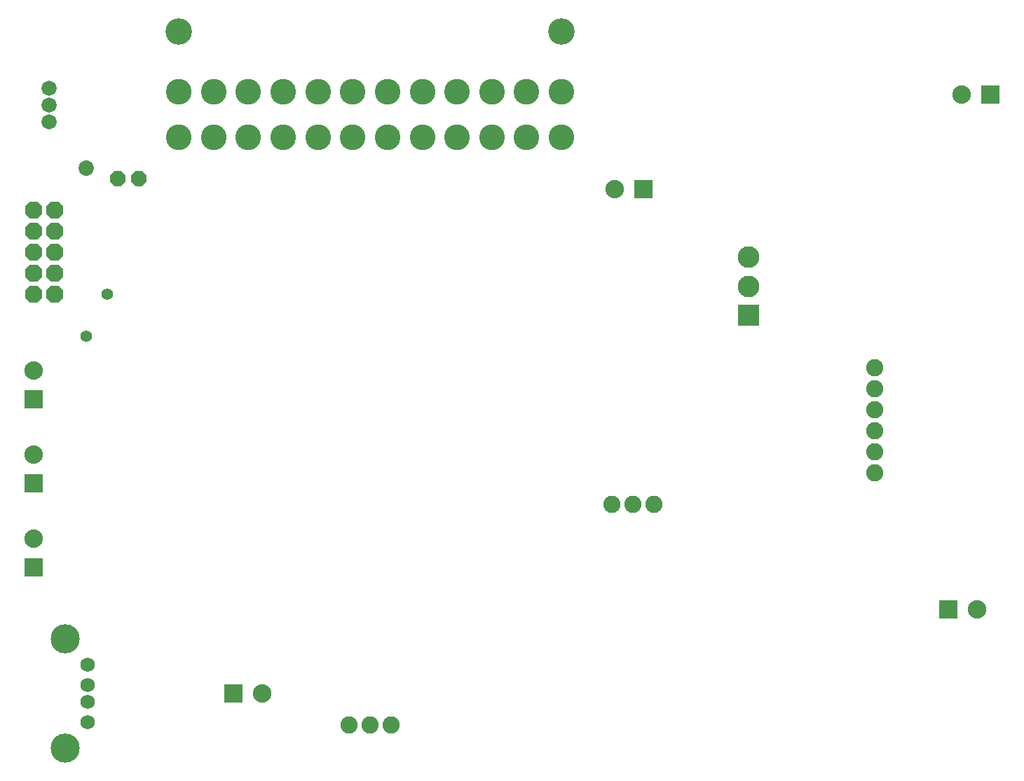
<source format=gbs>
G75*
G70*
%OFA0B0*%
%FSLAX24Y24*%
%IPPOS*%
%LPD*%
%AMOC8*
5,1,8,0,0,1.08239X$1,22.5*
%
%ADD10C,0.0820*%
%ADD11R,0.1030X0.1030*%
%ADD12C,0.1030*%
%ADD13R,0.0880X0.0880*%
%ADD14C,0.0880*%
%ADD15OC8,0.0820*%
%ADD16C,0.0720*%
%ADD17C,0.1386*%
%ADD18C,0.0682*%
%ADD19C,0.1222*%
%ADD20C,0.1261*%
%ADD21OC8,0.0740*%
%ADD22C,0.0556*%
%ADD23C,0.0730*%
D10*
X018632Y003100D03*
X019632Y003100D03*
X020632Y003100D03*
X031132Y013600D03*
X032132Y013600D03*
X033132Y013600D03*
X043632Y015100D03*
X043632Y016100D03*
X043632Y017100D03*
X043632Y018100D03*
X043632Y019100D03*
X043632Y020100D03*
D11*
X037632Y022600D03*
D12*
X037632Y023978D03*
X037632Y025356D03*
D13*
X032632Y028600D03*
X049132Y033100D03*
X047132Y008600D03*
X013132Y004600D03*
X003632Y010600D03*
X003632Y014600D03*
X003632Y018600D03*
D14*
X003632Y019978D03*
X003632Y015978D03*
X003632Y011978D03*
X014510Y004600D03*
X048510Y008600D03*
X031254Y028600D03*
X047754Y033100D03*
D15*
X004632Y027600D03*
X003632Y027600D03*
X003632Y026600D03*
X004632Y026600D03*
X004632Y025600D03*
X003632Y025600D03*
X003632Y024600D03*
X004632Y024600D03*
X004632Y023600D03*
X003632Y023600D03*
D16*
X004348Y031813D03*
X004348Y032600D03*
X004348Y033387D03*
D17*
X005132Y002013D03*
X005132Y007187D03*
D18*
X006195Y005978D03*
X006195Y004994D03*
X006195Y004206D03*
X006195Y003222D03*
D19*
X010537Y031061D03*
X012191Y031061D03*
X013844Y031061D03*
X015498Y031061D03*
X017152Y031061D03*
X018805Y031061D03*
X020459Y031061D03*
X022112Y031061D03*
X023766Y031061D03*
X025419Y031061D03*
X027073Y031061D03*
X028726Y031061D03*
X028726Y033226D03*
X027073Y033226D03*
X025419Y033226D03*
X023766Y033226D03*
X022112Y033226D03*
X020459Y033226D03*
X018805Y033226D03*
X017152Y033226D03*
X015498Y033226D03*
X013844Y033226D03*
X012191Y033226D03*
X010537Y033226D03*
D20*
X010537Y036100D03*
X028726Y036100D03*
D21*
X008632Y029100D03*
X007632Y029100D03*
D22*
X007132Y023600D03*
X006132Y021600D03*
X020459Y030773D03*
D23*
X006132Y029600D03*
M02*

</source>
